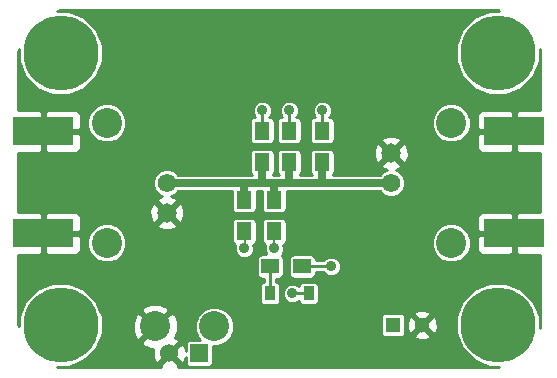
<source format=gbr>
G04 #@! TF.FileFunction,Copper,L2,Bot,Signal*
%FSLAX46Y46*%
G04 Gerber Fmt 4.6, Leading zero omitted, Abs format (unit mm)*
G04 Created by KiCad (PCBNEW 4.0.1-stable) date 5/1/2016 2:26:38 PM*
%MOMM*%
G01*
G04 APERTURE LIST*
%ADD10C,0.150000*%
%ADD11C,2.540000*%
%ADD12C,6.350000*%
%ADD13R,5.080000X2.413000*%
%ADD14C,1.574800*%
%ADD15C,1.651000*%
%ADD16R,0.909320X1.219200*%
%ADD17R,1.524000X1.524000*%
%ADD18C,1.524000*%
%ADD19R,1.300000X1.300000*%
%ADD20C,1.300000*%
%ADD21R,1.300000X1.500000*%
%ADD22R,1.500000X1.300000*%
%ADD23C,0.889000*%
%ADD24C,0.254000*%
%ADD25C,0.635000*%
%ADD26C,0.203200*%
G04 APERTURE END LIST*
D10*
D11*
X17018000Y-27178000D03*
X12018000Y-27178000D03*
D12*
X4000000Y-27030000D03*
X41000000Y-4030000D03*
X4000000Y-4030000D03*
D13*
X2540000Y-10668000D03*
X2540000Y-19304000D03*
D14*
X13000000Y-15030000D03*
D15*
X13000000Y-17570000D03*
D11*
X7920000Y-20110000D03*
X7920000Y-9950000D03*
D13*
X42418000Y-10668000D03*
X42418000Y-19304000D03*
D12*
X41000000Y-27030000D03*
D14*
X32000000Y-15030000D03*
D15*
X32000000Y-12490000D03*
D11*
X37080000Y-9950000D03*
X37080000Y-20110000D03*
D16*
X25003760Y-24384000D03*
X21732240Y-24384000D03*
D17*
X15748000Y-29464000D03*
D18*
X13208000Y-29464000D03*
D19*
X32131000Y-27051000D03*
D20*
X34631000Y-27051000D03*
D21*
X22098000Y-19130000D03*
X22098000Y-16430000D03*
X19558000Y-19130000D03*
X19558000Y-16430000D03*
X26162000Y-10588000D03*
X26162000Y-13288000D03*
X23368000Y-10588000D03*
X23368000Y-13288000D03*
X21082000Y-10588000D03*
X21082000Y-13288000D03*
D22*
X21764000Y-22098000D03*
X24464000Y-22098000D03*
D23*
X24384000Y-28448000D03*
X17600000Y-10230000D03*
X42418000Y-8636000D03*
X42418000Y-21336000D03*
X2540000Y-8382000D03*
X2540000Y-21590000D03*
X16510000Y-22098000D03*
X27000000Y-18030000D03*
X23622000Y-24384000D03*
X26924000Y-22098000D03*
X22098000Y-20574000D03*
X19558000Y-20574000D03*
X26162000Y-8890000D03*
X23368000Y-8890000D03*
X21082000Y-8890000D03*
D24*
X25003760Y-24384000D02*
X23622000Y-24384000D01*
X21732240Y-24384000D02*
X21732240Y-22129760D01*
X21732240Y-22129760D02*
X21764000Y-22098000D01*
X21732240Y-24384000D02*
X21732240Y-24241760D01*
D25*
X22098000Y-16430000D02*
X22098000Y-15157000D01*
X22098000Y-15157000D02*
X22225000Y-15030000D01*
X19558000Y-16430000D02*
X19558000Y-15157000D01*
X19558000Y-15157000D02*
X19685000Y-15030000D01*
X21082000Y-13288000D02*
X21082000Y-15030000D01*
X23368000Y-13288000D02*
X23368000Y-14903000D01*
X23368000Y-14903000D02*
X23495000Y-15030000D01*
X26162000Y-13288000D02*
X26162000Y-15030000D01*
X26035000Y-15030000D02*
X26162000Y-15030000D01*
X26162000Y-15030000D02*
X32000000Y-15030000D01*
X23495000Y-15030000D02*
X26035000Y-15030000D01*
X22225000Y-15030000D02*
X23495000Y-15030000D01*
X20955000Y-15030000D02*
X21082000Y-15030000D01*
X21082000Y-15030000D02*
X22225000Y-15030000D01*
X19685000Y-15030000D02*
X20955000Y-15030000D01*
X13000000Y-15030000D02*
X19685000Y-15030000D01*
D24*
X25146000Y-22098000D02*
X26924000Y-22098000D01*
X24066500Y-22098000D02*
X25146000Y-22098000D01*
D26*
X22098000Y-20574000D02*
X22098000Y-19005000D01*
X22098000Y-19005000D02*
X22098000Y-18732500D01*
X19558000Y-20574000D02*
X19643000Y-20489000D01*
X19643000Y-20489000D02*
X19558000Y-18732500D01*
D24*
X26162000Y-10588000D02*
X26162000Y-8890000D01*
X26162000Y-8890000D02*
X26197000Y-8925000D01*
X23368000Y-10588000D02*
X23368000Y-8890000D01*
X23368000Y-8890000D02*
X23463000Y-8985000D01*
X21082000Y-10588000D02*
X21082000Y-8890000D01*
X21037000Y-8935000D02*
X21082000Y-8890000D01*
G36*
X41033172Y-394247D02*
X41127349Y-474110D01*
X40295771Y-473384D01*
X38988319Y-1013612D01*
X37987128Y-2013058D01*
X37444619Y-3319565D01*
X37443384Y-4734229D01*
X37983612Y-6041681D01*
X38983058Y-7042872D01*
X40289565Y-7585381D01*
X41704229Y-7586616D01*
X43011681Y-7046388D01*
X44012872Y-6046942D01*
X44555381Y-4740435D01*
X44556274Y-3718079D01*
X44619800Y-4037448D01*
X44619800Y-8826500D01*
X42703750Y-8826500D01*
X42545000Y-8985250D01*
X42545000Y-10541000D01*
X42565000Y-10541000D01*
X42565000Y-10795000D01*
X42545000Y-10795000D01*
X42545000Y-12350750D01*
X42703750Y-12509500D01*
X44619800Y-12509500D01*
X44619800Y-17462500D01*
X42703750Y-17462500D01*
X42545000Y-17621250D01*
X42545000Y-19177000D01*
X42565000Y-19177000D01*
X42565000Y-19431000D01*
X42545000Y-19431000D01*
X42545000Y-20986750D01*
X42703750Y-21145500D01*
X44619800Y-21145500D01*
X44619800Y-26992552D01*
X44564791Y-27269103D01*
X44555785Y-27277680D01*
X44556616Y-26325771D01*
X44016388Y-25018319D01*
X43016942Y-24017128D01*
X41710435Y-23474619D01*
X40295771Y-23473384D01*
X38988319Y-24013612D01*
X37987128Y-25013058D01*
X37444619Y-26319565D01*
X37443384Y-27734229D01*
X37983612Y-29041681D01*
X38983058Y-30042872D01*
X40289565Y-30585381D01*
X41081974Y-30586072D01*
X41028922Y-30636598D01*
X40962552Y-30649800D01*
X13949640Y-30649800D01*
X14008608Y-30444213D01*
X13208000Y-29643605D01*
X12407392Y-30444213D01*
X12466360Y-30649800D01*
X4037448Y-30649800D01*
X3715461Y-30585753D01*
X4704229Y-30586616D01*
X6011681Y-30046388D01*
X7012872Y-29046942D01*
X7229278Y-28525777D01*
X10849828Y-28525777D01*
X10981520Y-28820657D01*
X11689036Y-29092261D01*
X11858967Y-29087814D01*
X11798856Y-29256302D01*
X11826638Y-29811368D01*
X11985603Y-30195143D01*
X12227787Y-30264608D01*
X13028395Y-29464000D01*
X13387605Y-29464000D01*
X14188213Y-30264608D01*
X14430397Y-30195143D01*
X14597536Y-29726659D01*
X14597536Y-30226000D01*
X14624103Y-30367190D01*
X14707546Y-30496865D01*
X14834866Y-30583859D01*
X14986000Y-30614464D01*
X16510000Y-30614464D01*
X16651190Y-30587897D01*
X16780865Y-30504454D01*
X16867859Y-30377134D01*
X16898464Y-30226000D01*
X16898464Y-28828896D01*
X17344963Y-28829286D01*
X17951995Y-28578466D01*
X18416834Y-28114437D01*
X18668713Y-27507845D01*
X18669286Y-26851037D01*
X18483335Y-26401000D01*
X31092536Y-26401000D01*
X31092536Y-27701000D01*
X31119103Y-27842190D01*
X31202546Y-27971865D01*
X31329866Y-28058859D01*
X31481000Y-28089464D01*
X32781000Y-28089464D01*
X32922190Y-28062897D01*
X33051865Y-27979454D01*
X33071979Y-27950016D01*
X33911590Y-27950016D01*
X33967271Y-28180611D01*
X34450078Y-28348622D01*
X34960428Y-28319083D01*
X35294729Y-28180611D01*
X35350410Y-27950016D01*
X34631000Y-27230605D01*
X33911590Y-27950016D01*
X33071979Y-27950016D01*
X33138859Y-27852134D01*
X33169464Y-27701000D01*
X33169464Y-26870078D01*
X33333378Y-26870078D01*
X33362917Y-27380428D01*
X33501389Y-27714729D01*
X33731984Y-27770410D01*
X34451395Y-27051000D01*
X34810605Y-27051000D01*
X35530016Y-27770410D01*
X35760611Y-27714729D01*
X35928622Y-27231922D01*
X35899083Y-26721572D01*
X35760611Y-26387271D01*
X35530016Y-26331590D01*
X34810605Y-27051000D01*
X34451395Y-27051000D01*
X33731984Y-26331590D01*
X33501389Y-26387271D01*
X33333378Y-26870078D01*
X33169464Y-26870078D01*
X33169464Y-26401000D01*
X33142897Y-26259810D01*
X33073514Y-26151984D01*
X33911590Y-26151984D01*
X34631000Y-26871395D01*
X35350410Y-26151984D01*
X35294729Y-25921389D01*
X34811922Y-25753378D01*
X34301572Y-25782917D01*
X33967271Y-25921389D01*
X33911590Y-26151984D01*
X33073514Y-26151984D01*
X33059454Y-26130135D01*
X32932134Y-26043141D01*
X32781000Y-26012536D01*
X31481000Y-26012536D01*
X31339810Y-26039103D01*
X31210135Y-26122546D01*
X31123141Y-26249866D01*
X31092536Y-26401000D01*
X18483335Y-26401000D01*
X18418466Y-26244005D01*
X17954437Y-25779166D01*
X17347845Y-25527287D01*
X16691037Y-25526714D01*
X16084005Y-25777534D01*
X15619166Y-26241563D01*
X15367287Y-26848155D01*
X15366714Y-27504963D01*
X15617534Y-28111995D01*
X15818724Y-28313536D01*
X14986000Y-28313536D01*
X14844810Y-28340103D01*
X14715135Y-28423546D01*
X14628141Y-28550866D01*
X14597536Y-28702000D01*
X14597536Y-29279943D01*
X14589362Y-29116632D01*
X14430397Y-28732857D01*
X14188213Y-28663392D01*
X13387605Y-29464000D01*
X13028395Y-29464000D01*
X13014253Y-29449858D01*
X13193858Y-29270253D01*
X13208000Y-29284395D01*
X14008608Y-28483787D01*
X13939143Y-28241603D01*
X13685045Y-28150950D01*
X13932261Y-27506964D01*
X13912436Y-26749368D01*
X13660657Y-26141520D01*
X13365777Y-26009828D01*
X12197605Y-27178000D01*
X12211748Y-27192143D01*
X12032143Y-27371748D01*
X12018000Y-27357605D01*
X10849828Y-28525777D01*
X7229278Y-28525777D01*
X7555381Y-27740435D01*
X7556159Y-26849036D01*
X10103739Y-26849036D01*
X10123564Y-27606632D01*
X10375343Y-28214480D01*
X10670223Y-28346172D01*
X11838395Y-27178000D01*
X10670223Y-26009828D01*
X10375343Y-26141520D01*
X10103739Y-26849036D01*
X7556159Y-26849036D01*
X7556616Y-26325771D01*
X7351860Y-25830223D01*
X10849828Y-25830223D01*
X12018000Y-26998395D01*
X13186172Y-25830223D01*
X13054480Y-25535343D01*
X12346964Y-25263739D01*
X11589368Y-25283564D01*
X10981520Y-25535343D01*
X10849828Y-25830223D01*
X7351860Y-25830223D01*
X7016388Y-25018319D01*
X6016942Y-24017128D01*
X4710435Y-23474619D01*
X3295771Y-23473384D01*
X1988319Y-24013612D01*
X987128Y-25013058D01*
X444619Y-26319565D01*
X443911Y-27131344D01*
X397633Y-27080195D01*
X380200Y-26992552D01*
X380200Y-21145500D01*
X2254250Y-21145500D01*
X2413000Y-20986750D01*
X2413000Y-19431000D01*
X2667000Y-19431000D01*
X2667000Y-20986750D01*
X2825750Y-21145500D01*
X5206309Y-21145500D01*
X5439698Y-21048827D01*
X5618327Y-20870199D01*
X5715000Y-20636810D01*
X5715000Y-20436963D01*
X6268714Y-20436963D01*
X6519534Y-21043995D01*
X6983563Y-21508834D01*
X7590155Y-21760713D01*
X8246963Y-21761286D01*
X8853995Y-21510466D01*
X8916570Y-21448000D01*
X20625536Y-21448000D01*
X20625536Y-22748000D01*
X20652103Y-22889190D01*
X20735546Y-23018865D01*
X20862866Y-23105859D01*
X21014000Y-23136464D01*
X21224240Y-23136464D01*
X21224240Y-23395973D01*
X21136390Y-23412503D01*
X21006715Y-23495946D01*
X20919721Y-23623266D01*
X20889116Y-23774400D01*
X20889116Y-24993600D01*
X20915683Y-25134790D01*
X20999126Y-25264465D01*
X21126446Y-25351459D01*
X21277580Y-25382064D01*
X22186900Y-25382064D01*
X22328090Y-25355497D01*
X22457765Y-25272054D01*
X22544759Y-25144734D01*
X22575364Y-24993600D01*
X22575364Y-24547482D01*
X22796357Y-24547482D01*
X22921767Y-24850998D01*
X23153781Y-25083417D01*
X23457077Y-25209357D01*
X23785482Y-25209643D01*
X24088998Y-25084233D01*
X24163665Y-25009696D01*
X24187203Y-25134790D01*
X24270646Y-25264465D01*
X24397966Y-25351459D01*
X24549100Y-25382064D01*
X25458420Y-25382064D01*
X25599610Y-25355497D01*
X25729285Y-25272054D01*
X25816279Y-25144734D01*
X25846884Y-24993600D01*
X25846884Y-23774400D01*
X25820317Y-23633210D01*
X25736874Y-23503535D01*
X25609554Y-23416541D01*
X25458420Y-23385936D01*
X24549100Y-23385936D01*
X24407910Y-23412503D01*
X24278235Y-23495946D01*
X24191241Y-23623266D01*
X24163881Y-23758374D01*
X24090219Y-23684583D01*
X23786923Y-23558643D01*
X23458518Y-23558357D01*
X23155002Y-23683767D01*
X22922583Y-23915781D01*
X22796643Y-24219077D01*
X22796357Y-24547482D01*
X22575364Y-24547482D01*
X22575364Y-23774400D01*
X22548797Y-23633210D01*
X22465354Y-23503535D01*
X22338034Y-23416541D01*
X22240240Y-23396737D01*
X22240240Y-23136464D01*
X22514000Y-23136464D01*
X22655190Y-23109897D01*
X22784865Y-23026454D01*
X22871859Y-22899134D01*
X22902464Y-22748000D01*
X22902464Y-21448000D01*
X23325536Y-21448000D01*
X23325536Y-22748000D01*
X23352103Y-22889190D01*
X23435546Y-23018865D01*
X23562866Y-23105859D01*
X23714000Y-23136464D01*
X25214000Y-23136464D01*
X25355190Y-23109897D01*
X25484865Y-23026454D01*
X25571859Y-22899134D01*
X25602464Y-22748000D01*
X25602464Y-22606000D01*
X26264698Y-22606000D01*
X26455781Y-22797417D01*
X26759077Y-22923357D01*
X27087482Y-22923643D01*
X27390998Y-22798233D01*
X27623417Y-22566219D01*
X27749357Y-22262923D01*
X27749643Y-21934518D01*
X27624233Y-21631002D01*
X27392219Y-21398583D01*
X27088923Y-21272643D01*
X26760518Y-21272357D01*
X26457002Y-21397767D01*
X26264433Y-21590000D01*
X25602464Y-21590000D01*
X25602464Y-21448000D01*
X25575897Y-21306810D01*
X25492454Y-21177135D01*
X25365134Y-21090141D01*
X25214000Y-21059536D01*
X23714000Y-21059536D01*
X23572810Y-21086103D01*
X23443135Y-21169546D01*
X23356141Y-21296866D01*
X23325536Y-21448000D01*
X22902464Y-21448000D01*
X22875897Y-21306810D01*
X22792454Y-21177135D01*
X22715166Y-21124327D01*
X22797417Y-21042219D01*
X22923357Y-20738923D01*
X22923619Y-20436963D01*
X35428714Y-20436963D01*
X35679534Y-21043995D01*
X36143563Y-21508834D01*
X36750155Y-21760713D01*
X37406963Y-21761286D01*
X38013995Y-21510466D01*
X38478834Y-21046437D01*
X38730713Y-20439845D01*
X38731286Y-19783037D01*
X38651422Y-19589750D01*
X39243000Y-19589750D01*
X39243000Y-20636810D01*
X39339673Y-20870199D01*
X39518302Y-21048827D01*
X39751691Y-21145500D01*
X42132250Y-21145500D01*
X42291000Y-20986750D01*
X42291000Y-19431000D01*
X39401750Y-19431000D01*
X39243000Y-19589750D01*
X38651422Y-19589750D01*
X38480466Y-19176005D01*
X38016437Y-18711166D01*
X37409845Y-18459287D01*
X36753037Y-18458714D01*
X36146005Y-18709534D01*
X35681166Y-19173563D01*
X35429287Y-19780155D01*
X35428714Y-20436963D01*
X22923619Y-20436963D01*
X22923643Y-20410518D01*
X22856511Y-20248046D01*
X22889190Y-20241897D01*
X23018865Y-20158454D01*
X23105859Y-20031134D01*
X23136464Y-19880000D01*
X23136464Y-18380000D01*
X23109897Y-18238810D01*
X23026454Y-18109135D01*
X22899134Y-18022141D01*
X22748000Y-17991536D01*
X21448000Y-17991536D01*
X21306810Y-18018103D01*
X21177135Y-18101546D01*
X21090141Y-18228866D01*
X21059536Y-18380000D01*
X21059536Y-19880000D01*
X21086103Y-20021190D01*
X21169546Y-20150865D01*
X21296866Y-20237859D01*
X21340104Y-20246615D01*
X21272643Y-20409077D01*
X21272357Y-20737482D01*
X21397767Y-21040998D01*
X21416273Y-21059536D01*
X21014000Y-21059536D01*
X20872810Y-21086103D01*
X20743135Y-21169546D01*
X20656141Y-21296866D01*
X20625536Y-21448000D01*
X8916570Y-21448000D01*
X9318834Y-21046437D01*
X9570713Y-20439845D01*
X9571286Y-19783037D01*
X9320466Y-19176005D01*
X8856437Y-18711166D01*
X8579605Y-18596215D01*
X12153390Y-18596215D01*
X12230656Y-18844976D01*
X12777131Y-19042340D01*
X13357535Y-19015553D01*
X13769344Y-18844976D01*
X13846610Y-18596215D01*
X13000000Y-17749605D01*
X12153390Y-18596215D01*
X8579605Y-18596215D01*
X8249845Y-18459287D01*
X7593037Y-18458714D01*
X6986005Y-18709534D01*
X6521166Y-19173563D01*
X6269287Y-19780155D01*
X6268714Y-20436963D01*
X5715000Y-20436963D01*
X5715000Y-19589750D01*
X5556250Y-19431000D01*
X2667000Y-19431000D01*
X2413000Y-19431000D01*
X2393000Y-19431000D01*
X2393000Y-19177000D01*
X2413000Y-19177000D01*
X2413000Y-17621250D01*
X2667000Y-17621250D01*
X2667000Y-19177000D01*
X5556250Y-19177000D01*
X5715000Y-19018250D01*
X5715000Y-17971190D01*
X5618327Y-17737801D01*
X5439698Y-17559173D01*
X5206309Y-17462500D01*
X2825750Y-17462500D01*
X2667000Y-17621250D01*
X2413000Y-17621250D01*
X2254250Y-17462500D01*
X380200Y-17462500D01*
X380200Y-17347131D01*
X11527660Y-17347131D01*
X11554447Y-17927535D01*
X11725024Y-18339344D01*
X11973785Y-18416610D01*
X12820395Y-17570000D01*
X13179605Y-17570000D01*
X14026215Y-18416610D01*
X14144082Y-18380000D01*
X18519536Y-18380000D01*
X18519536Y-19880000D01*
X18546103Y-20021190D01*
X18629546Y-20150865D01*
X18756866Y-20237859D01*
X18800104Y-20246615D01*
X18732643Y-20409077D01*
X18732357Y-20737482D01*
X18857767Y-21040998D01*
X19089781Y-21273417D01*
X19393077Y-21399357D01*
X19721482Y-21399643D01*
X20024998Y-21274233D01*
X20257417Y-21042219D01*
X20383357Y-20738923D01*
X20383643Y-20410518D01*
X20316511Y-20248046D01*
X20349190Y-20241897D01*
X20478865Y-20158454D01*
X20565859Y-20031134D01*
X20596464Y-19880000D01*
X20596464Y-18380000D01*
X20569897Y-18238810D01*
X20486454Y-18109135D01*
X20359134Y-18022141D01*
X20208000Y-17991536D01*
X18908000Y-17991536D01*
X18766810Y-18018103D01*
X18637135Y-18101546D01*
X18550141Y-18228866D01*
X18519536Y-18380000D01*
X14144082Y-18380000D01*
X14274976Y-18339344D01*
X14407937Y-17971190D01*
X39243000Y-17971190D01*
X39243000Y-19018250D01*
X39401750Y-19177000D01*
X42291000Y-19177000D01*
X42291000Y-17621250D01*
X42132250Y-17462500D01*
X39751691Y-17462500D01*
X39518302Y-17559173D01*
X39339673Y-17737801D01*
X39243000Y-17971190D01*
X14407937Y-17971190D01*
X14472340Y-17792869D01*
X14445553Y-17212465D01*
X14274976Y-16800656D01*
X14026215Y-16723390D01*
X13179605Y-17570000D01*
X12820395Y-17570000D01*
X11973785Y-16723390D01*
X11725024Y-16800656D01*
X11527660Y-17347131D01*
X380200Y-17347131D01*
X380200Y-15261389D01*
X11831398Y-15261389D01*
X12008901Y-15690981D01*
X12337291Y-16019943D01*
X12615682Y-16135541D01*
X12230656Y-16295024D01*
X12153390Y-16543785D01*
X13000000Y-17390395D01*
X13846610Y-16543785D01*
X13769344Y-16295024D01*
X13357773Y-16146382D01*
X13660981Y-16021099D01*
X13954090Y-15728500D01*
X18519536Y-15728500D01*
X18519536Y-17180000D01*
X18546103Y-17321190D01*
X18629546Y-17450865D01*
X18756866Y-17537859D01*
X18908000Y-17568464D01*
X20208000Y-17568464D01*
X20349190Y-17541897D01*
X20478865Y-17458454D01*
X20565859Y-17331134D01*
X20596464Y-17180000D01*
X20596464Y-15728500D01*
X21059536Y-15728500D01*
X21059536Y-17180000D01*
X21086103Y-17321190D01*
X21169546Y-17450865D01*
X21296866Y-17537859D01*
X21448000Y-17568464D01*
X22748000Y-17568464D01*
X22889190Y-17541897D01*
X23018865Y-17458454D01*
X23105859Y-17331134D01*
X23136464Y-17180000D01*
X23136464Y-15728500D01*
X31046355Y-15728500D01*
X31337291Y-16019943D01*
X31766571Y-16198196D01*
X32231389Y-16198602D01*
X32660981Y-16021099D01*
X32989943Y-15692709D01*
X33168196Y-15263429D01*
X33168602Y-14798611D01*
X32991099Y-14369019D01*
X32662709Y-14040057D01*
X32384318Y-13924459D01*
X32769344Y-13764976D01*
X32846610Y-13516215D01*
X32000000Y-12669605D01*
X31153390Y-13516215D01*
X31230656Y-13764976D01*
X31642227Y-13913618D01*
X31339019Y-14038901D01*
X31045910Y-14331500D01*
X27059483Y-14331500D01*
X27082865Y-14316454D01*
X27169859Y-14189134D01*
X27200464Y-14038000D01*
X27200464Y-12538000D01*
X27173897Y-12396810D01*
X27090454Y-12267135D01*
X27090449Y-12267131D01*
X30527660Y-12267131D01*
X30554447Y-12847535D01*
X30725024Y-13259344D01*
X30973785Y-13336610D01*
X31820395Y-12490000D01*
X32179605Y-12490000D01*
X33026215Y-13336610D01*
X33274976Y-13259344D01*
X33472340Y-12712869D01*
X33445553Y-12132465D01*
X33274976Y-11720656D01*
X33026215Y-11643390D01*
X32179605Y-12490000D01*
X31820395Y-12490000D01*
X30973785Y-11643390D01*
X30725024Y-11720656D01*
X30527660Y-12267131D01*
X27090449Y-12267131D01*
X26963134Y-12180141D01*
X26812000Y-12149536D01*
X25512000Y-12149536D01*
X25370810Y-12176103D01*
X25241135Y-12259546D01*
X25154141Y-12386866D01*
X25123536Y-12538000D01*
X25123536Y-14038000D01*
X25150103Y-14179190D01*
X25233546Y-14308865D01*
X25266673Y-14331500D01*
X24265483Y-14331500D01*
X24288865Y-14316454D01*
X24375859Y-14189134D01*
X24406464Y-14038000D01*
X24406464Y-12538000D01*
X24379897Y-12396810D01*
X24296454Y-12267135D01*
X24169134Y-12180141D01*
X24018000Y-12149536D01*
X22718000Y-12149536D01*
X22576810Y-12176103D01*
X22447135Y-12259546D01*
X22360141Y-12386866D01*
X22329536Y-12538000D01*
X22329536Y-14038000D01*
X22356103Y-14179190D01*
X22439546Y-14308865D01*
X22472673Y-14331500D01*
X21979483Y-14331500D01*
X22002865Y-14316454D01*
X22089859Y-14189134D01*
X22120464Y-14038000D01*
X22120464Y-12538000D01*
X22093897Y-12396810D01*
X22010454Y-12267135D01*
X21883134Y-12180141D01*
X21732000Y-12149536D01*
X20432000Y-12149536D01*
X20290810Y-12176103D01*
X20161135Y-12259546D01*
X20074141Y-12386866D01*
X20043536Y-12538000D01*
X20043536Y-14038000D01*
X20070103Y-14179190D01*
X20153546Y-14308865D01*
X20186673Y-14331500D01*
X13953645Y-14331500D01*
X13662709Y-14040057D01*
X13233429Y-13861804D01*
X12768611Y-13861398D01*
X12339019Y-14038901D01*
X12010057Y-14367291D01*
X11831804Y-14796571D01*
X11831398Y-15261389D01*
X380200Y-15261389D01*
X380200Y-12509500D01*
X2254250Y-12509500D01*
X2413000Y-12350750D01*
X2413000Y-10795000D01*
X2667000Y-10795000D01*
X2667000Y-12350750D01*
X2825750Y-12509500D01*
X5206309Y-12509500D01*
X5439698Y-12412827D01*
X5618327Y-12234199D01*
X5715000Y-12000810D01*
X5715000Y-10953750D01*
X5556250Y-10795000D01*
X2667000Y-10795000D01*
X2413000Y-10795000D01*
X2393000Y-10795000D01*
X2393000Y-10541000D01*
X2413000Y-10541000D01*
X2413000Y-8985250D01*
X2667000Y-8985250D01*
X2667000Y-10541000D01*
X5556250Y-10541000D01*
X5715000Y-10382250D01*
X5715000Y-10276963D01*
X6268714Y-10276963D01*
X6519534Y-10883995D01*
X6983563Y-11348834D01*
X7590155Y-11600713D01*
X8246963Y-11601286D01*
X8853995Y-11350466D01*
X9318834Y-10886437D01*
X9570713Y-10279845D01*
X9571098Y-9838000D01*
X20043536Y-9838000D01*
X20043536Y-11338000D01*
X20070103Y-11479190D01*
X20153546Y-11608865D01*
X20280866Y-11695859D01*
X20432000Y-11726464D01*
X21732000Y-11726464D01*
X21873190Y-11699897D01*
X22002865Y-11616454D01*
X22089859Y-11489134D01*
X22120464Y-11338000D01*
X22120464Y-9838000D01*
X22329536Y-9838000D01*
X22329536Y-11338000D01*
X22356103Y-11479190D01*
X22439546Y-11608865D01*
X22566866Y-11695859D01*
X22718000Y-11726464D01*
X24018000Y-11726464D01*
X24159190Y-11699897D01*
X24288865Y-11616454D01*
X24375859Y-11489134D01*
X24406464Y-11338000D01*
X24406464Y-9838000D01*
X25123536Y-9838000D01*
X25123536Y-11338000D01*
X25150103Y-11479190D01*
X25233546Y-11608865D01*
X25360866Y-11695859D01*
X25512000Y-11726464D01*
X26812000Y-11726464D01*
X26953190Y-11699897D01*
X27082865Y-11616454D01*
X27169859Y-11489134D01*
X27174992Y-11463785D01*
X31153390Y-11463785D01*
X32000000Y-12310395D01*
X32846610Y-11463785D01*
X32769344Y-11215024D01*
X32222869Y-11017660D01*
X31642465Y-11044447D01*
X31230656Y-11215024D01*
X31153390Y-11463785D01*
X27174992Y-11463785D01*
X27200464Y-11338000D01*
X27200464Y-10276963D01*
X35428714Y-10276963D01*
X35679534Y-10883995D01*
X36143563Y-11348834D01*
X36750155Y-11600713D01*
X37406963Y-11601286D01*
X38013995Y-11350466D01*
X38411403Y-10953750D01*
X39243000Y-10953750D01*
X39243000Y-12000810D01*
X39339673Y-12234199D01*
X39518302Y-12412827D01*
X39751691Y-12509500D01*
X42132250Y-12509500D01*
X42291000Y-12350750D01*
X42291000Y-10795000D01*
X39401750Y-10795000D01*
X39243000Y-10953750D01*
X38411403Y-10953750D01*
X38478834Y-10886437D01*
X38730713Y-10279845D01*
X38731286Y-9623037D01*
X38612351Y-9335190D01*
X39243000Y-9335190D01*
X39243000Y-10382250D01*
X39401750Y-10541000D01*
X42291000Y-10541000D01*
X42291000Y-8985250D01*
X42132250Y-8826500D01*
X39751691Y-8826500D01*
X39518302Y-8923173D01*
X39339673Y-9101801D01*
X39243000Y-9335190D01*
X38612351Y-9335190D01*
X38480466Y-9016005D01*
X38016437Y-8551166D01*
X37409845Y-8299287D01*
X36753037Y-8298714D01*
X36146005Y-8549534D01*
X35681166Y-9013563D01*
X35429287Y-9620155D01*
X35428714Y-10276963D01*
X27200464Y-10276963D01*
X27200464Y-9838000D01*
X27173897Y-9696810D01*
X27090454Y-9567135D01*
X26963134Y-9480141D01*
X26812000Y-9449536D01*
X26769941Y-9449536D01*
X26861417Y-9358219D01*
X26987357Y-9054923D01*
X26987643Y-8726518D01*
X26862233Y-8423002D01*
X26630219Y-8190583D01*
X26326923Y-8064643D01*
X25998518Y-8064357D01*
X25695002Y-8189767D01*
X25462583Y-8421781D01*
X25336643Y-8725077D01*
X25336357Y-9053482D01*
X25461767Y-9356998D01*
X25554144Y-9449536D01*
X25512000Y-9449536D01*
X25370810Y-9476103D01*
X25241135Y-9559546D01*
X25154141Y-9686866D01*
X25123536Y-9838000D01*
X24406464Y-9838000D01*
X24379897Y-9696810D01*
X24296454Y-9567135D01*
X24169134Y-9480141D01*
X24018000Y-9449536D01*
X23975941Y-9449536D01*
X24067417Y-9358219D01*
X24193357Y-9054923D01*
X24193643Y-8726518D01*
X24068233Y-8423002D01*
X23836219Y-8190583D01*
X23532923Y-8064643D01*
X23204518Y-8064357D01*
X22901002Y-8189767D01*
X22668583Y-8421781D01*
X22542643Y-8725077D01*
X22542357Y-9053482D01*
X22667767Y-9356998D01*
X22760144Y-9449536D01*
X22718000Y-9449536D01*
X22576810Y-9476103D01*
X22447135Y-9559546D01*
X22360141Y-9686866D01*
X22329536Y-9838000D01*
X22120464Y-9838000D01*
X22093897Y-9696810D01*
X22010454Y-9567135D01*
X21883134Y-9480141D01*
X21732000Y-9449536D01*
X21689941Y-9449536D01*
X21781417Y-9358219D01*
X21907357Y-9054923D01*
X21907643Y-8726518D01*
X21782233Y-8423002D01*
X21550219Y-8190583D01*
X21246923Y-8064643D01*
X20918518Y-8064357D01*
X20615002Y-8189767D01*
X20382583Y-8421781D01*
X20256643Y-8725077D01*
X20256357Y-9053482D01*
X20381767Y-9356998D01*
X20474144Y-9449536D01*
X20432000Y-9449536D01*
X20290810Y-9476103D01*
X20161135Y-9559546D01*
X20074141Y-9686866D01*
X20043536Y-9838000D01*
X9571098Y-9838000D01*
X9571286Y-9623037D01*
X9320466Y-9016005D01*
X8856437Y-8551166D01*
X8249845Y-8299287D01*
X7593037Y-8298714D01*
X6986005Y-8549534D01*
X6521166Y-9013563D01*
X6269287Y-9620155D01*
X6268714Y-10276963D01*
X5715000Y-10276963D01*
X5715000Y-9335190D01*
X5618327Y-9101801D01*
X5439698Y-8923173D01*
X5206309Y-8826500D01*
X2825750Y-8826500D01*
X2667000Y-8985250D01*
X2413000Y-8985250D01*
X2254250Y-8826500D01*
X380200Y-8826500D01*
X380200Y-4037448D01*
X444273Y-3715329D01*
X443384Y-4734229D01*
X983612Y-6041681D01*
X1983058Y-7042872D01*
X3289565Y-7585381D01*
X4704229Y-7586616D01*
X6011681Y-7046388D01*
X7012872Y-6046942D01*
X7555381Y-4740435D01*
X7556616Y-3325771D01*
X7016388Y-2018319D01*
X6016942Y-1017128D01*
X4710435Y-474619D01*
X3688681Y-473727D01*
X3724065Y-442536D01*
X4037448Y-380200D01*
X40962552Y-380200D01*
X41033172Y-394247D01*
X41033172Y-394247D01*
G37*
X41033172Y-394247D02*
X41127349Y-474110D01*
X40295771Y-473384D01*
X38988319Y-1013612D01*
X37987128Y-2013058D01*
X37444619Y-3319565D01*
X37443384Y-4734229D01*
X37983612Y-6041681D01*
X38983058Y-7042872D01*
X40289565Y-7585381D01*
X41704229Y-7586616D01*
X43011681Y-7046388D01*
X44012872Y-6046942D01*
X44555381Y-4740435D01*
X44556274Y-3718079D01*
X44619800Y-4037448D01*
X44619800Y-8826500D01*
X42703750Y-8826500D01*
X42545000Y-8985250D01*
X42545000Y-10541000D01*
X42565000Y-10541000D01*
X42565000Y-10795000D01*
X42545000Y-10795000D01*
X42545000Y-12350750D01*
X42703750Y-12509500D01*
X44619800Y-12509500D01*
X44619800Y-17462500D01*
X42703750Y-17462500D01*
X42545000Y-17621250D01*
X42545000Y-19177000D01*
X42565000Y-19177000D01*
X42565000Y-19431000D01*
X42545000Y-19431000D01*
X42545000Y-20986750D01*
X42703750Y-21145500D01*
X44619800Y-21145500D01*
X44619800Y-26992552D01*
X44564791Y-27269103D01*
X44555785Y-27277680D01*
X44556616Y-26325771D01*
X44016388Y-25018319D01*
X43016942Y-24017128D01*
X41710435Y-23474619D01*
X40295771Y-23473384D01*
X38988319Y-24013612D01*
X37987128Y-25013058D01*
X37444619Y-26319565D01*
X37443384Y-27734229D01*
X37983612Y-29041681D01*
X38983058Y-30042872D01*
X40289565Y-30585381D01*
X41081974Y-30586072D01*
X41028922Y-30636598D01*
X40962552Y-30649800D01*
X13949640Y-30649800D01*
X14008608Y-30444213D01*
X13208000Y-29643605D01*
X12407392Y-30444213D01*
X12466360Y-30649800D01*
X4037448Y-30649800D01*
X3715461Y-30585753D01*
X4704229Y-30586616D01*
X6011681Y-30046388D01*
X7012872Y-29046942D01*
X7229278Y-28525777D01*
X10849828Y-28525777D01*
X10981520Y-28820657D01*
X11689036Y-29092261D01*
X11858967Y-29087814D01*
X11798856Y-29256302D01*
X11826638Y-29811368D01*
X11985603Y-30195143D01*
X12227787Y-30264608D01*
X13028395Y-29464000D01*
X13387605Y-29464000D01*
X14188213Y-30264608D01*
X14430397Y-30195143D01*
X14597536Y-29726659D01*
X14597536Y-30226000D01*
X14624103Y-30367190D01*
X14707546Y-30496865D01*
X14834866Y-30583859D01*
X14986000Y-30614464D01*
X16510000Y-30614464D01*
X16651190Y-30587897D01*
X16780865Y-30504454D01*
X16867859Y-30377134D01*
X16898464Y-30226000D01*
X16898464Y-28828896D01*
X17344963Y-28829286D01*
X17951995Y-28578466D01*
X18416834Y-28114437D01*
X18668713Y-27507845D01*
X18669286Y-26851037D01*
X18483335Y-26401000D01*
X31092536Y-26401000D01*
X31092536Y-27701000D01*
X31119103Y-27842190D01*
X31202546Y-27971865D01*
X31329866Y-28058859D01*
X31481000Y-28089464D01*
X32781000Y-28089464D01*
X32922190Y-28062897D01*
X33051865Y-27979454D01*
X33071979Y-27950016D01*
X33911590Y-27950016D01*
X33967271Y-28180611D01*
X34450078Y-28348622D01*
X34960428Y-28319083D01*
X35294729Y-28180611D01*
X35350410Y-27950016D01*
X34631000Y-27230605D01*
X33911590Y-27950016D01*
X33071979Y-27950016D01*
X33138859Y-27852134D01*
X33169464Y-27701000D01*
X33169464Y-26870078D01*
X33333378Y-26870078D01*
X33362917Y-27380428D01*
X33501389Y-27714729D01*
X33731984Y-27770410D01*
X34451395Y-27051000D01*
X34810605Y-27051000D01*
X35530016Y-27770410D01*
X35760611Y-27714729D01*
X35928622Y-27231922D01*
X35899083Y-26721572D01*
X35760611Y-26387271D01*
X35530016Y-26331590D01*
X34810605Y-27051000D01*
X34451395Y-27051000D01*
X33731984Y-26331590D01*
X33501389Y-26387271D01*
X33333378Y-26870078D01*
X33169464Y-26870078D01*
X33169464Y-26401000D01*
X33142897Y-26259810D01*
X33073514Y-26151984D01*
X33911590Y-26151984D01*
X34631000Y-26871395D01*
X35350410Y-26151984D01*
X35294729Y-25921389D01*
X34811922Y-25753378D01*
X34301572Y-25782917D01*
X33967271Y-25921389D01*
X33911590Y-26151984D01*
X33073514Y-26151984D01*
X33059454Y-26130135D01*
X32932134Y-26043141D01*
X32781000Y-26012536D01*
X31481000Y-26012536D01*
X31339810Y-26039103D01*
X31210135Y-26122546D01*
X31123141Y-26249866D01*
X31092536Y-26401000D01*
X18483335Y-26401000D01*
X18418466Y-26244005D01*
X17954437Y-25779166D01*
X17347845Y-25527287D01*
X16691037Y-25526714D01*
X16084005Y-25777534D01*
X15619166Y-26241563D01*
X15367287Y-26848155D01*
X15366714Y-27504963D01*
X15617534Y-28111995D01*
X15818724Y-28313536D01*
X14986000Y-28313536D01*
X14844810Y-28340103D01*
X14715135Y-28423546D01*
X14628141Y-28550866D01*
X14597536Y-28702000D01*
X14597536Y-29279943D01*
X14589362Y-29116632D01*
X14430397Y-28732857D01*
X14188213Y-28663392D01*
X13387605Y-29464000D01*
X13028395Y-29464000D01*
X13014253Y-29449858D01*
X13193858Y-29270253D01*
X13208000Y-29284395D01*
X14008608Y-28483787D01*
X13939143Y-28241603D01*
X13685045Y-28150950D01*
X13932261Y-27506964D01*
X13912436Y-26749368D01*
X13660657Y-26141520D01*
X13365777Y-26009828D01*
X12197605Y-27178000D01*
X12211748Y-27192143D01*
X12032143Y-27371748D01*
X12018000Y-27357605D01*
X10849828Y-28525777D01*
X7229278Y-28525777D01*
X7555381Y-27740435D01*
X7556159Y-26849036D01*
X10103739Y-26849036D01*
X10123564Y-27606632D01*
X10375343Y-28214480D01*
X10670223Y-28346172D01*
X11838395Y-27178000D01*
X10670223Y-26009828D01*
X10375343Y-26141520D01*
X10103739Y-26849036D01*
X7556159Y-26849036D01*
X7556616Y-26325771D01*
X7351860Y-25830223D01*
X10849828Y-25830223D01*
X12018000Y-26998395D01*
X13186172Y-25830223D01*
X13054480Y-25535343D01*
X12346964Y-25263739D01*
X11589368Y-25283564D01*
X10981520Y-25535343D01*
X10849828Y-25830223D01*
X7351860Y-25830223D01*
X7016388Y-25018319D01*
X6016942Y-24017128D01*
X4710435Y-23474619D01*
X3295771Y-23473384D01*
X1988319Y-24013612D01*
X987128Y-25013058D01*
X444619Y-26319565D01*
X443911Y-27131344D01*
X397633Y-27080195D01*
X380200Y-26992552D01*
X380200Y-21145500D01*
X2254250Y-21145500D01*
X2413000Y-20986750D01*
X2413000Y-19431000D01*
X2667000Y-19431000D01*
X2667000Y-20986750D01*
X2825750Y-21145500D01*
X5206309Y-21145500D01*
X5439698Y-21048827D01*
X5618327Y-20870199D01*
X5715000Y-20636810D01*
X5715000Y-20436963D01*
X6268714Y-20436963D01*
X6519534Y-21043995D01*
X6983563Y-21508834D01*
X7590155Y-21760713D01*
X8246963Y-21761286D01*
X8853995Y-21510466D01*
X8916570Y-21448000D01*
X20625536Y-21448000D01*
X20625536Y-22748000D01*
X20652103Y-22889190D01*
X20735546Y-23018865D01*
X20862866Y-23105859D01*
X21014000Y-23136464D01*
X21224240Y-23136464D01*
X21224240Y-23395973D01*
X21136390Y-23412503D01*
X21006715Y-23495946D01*
X20919721Y-23623266D01*
X20889116Y-23774400D01*
X20889116Y-24993600D01*
X20915683Y-25134790D01*
X20999126Y-25264465D01*
X21126446Y-25351459D01*
X21277580Y-25382064D01*
X22186900Y-25382064D01*
X22328090Y-25355497D01*
X22457765Y-25272054D01*
X22544759Y-25144734D01*
X22575364Y-24993600D01*
X22575364Y-24547482D01*
X22796357Y-24547482D01*
X22921767Y-24850998D01*
X23153781Y-25083417D01*
X23457077Y-25209357D01*
X23785482Y-25209643D01*
X24088998Y-25084233D01*
X24163665Y-25009696D01*
X24187203Y-25134790D01*
X24270646Y-25264465D01*
X24397966Y-25351459D01*
X24549100Y-25382064D01*
X25458420Y-25382064D01*
X25599610Y-25355497D01*
X25729285Y-25272054D01*
X25816279Y-25144734D01*
X25846884Y-24993600D01*
X25846884Y-23774400D01*
X25820317Y-23633210D01*
X25736874Y-23503535D01*
X25609554Y-23416541D01*
X25458420Y-23385936D01*
X24549100Y-23385936D01*
X24407910Y-23412503D01*
X24278235Y-23495946D01*
X24191241Y-23623266D01*
X24163881Y-23758374D01*
X24090219Y-23684583D01*
X23786923Y-23558643D01*
X23458518Y-23558357D01*
X23155002Y-23683767D01*
X22922583Y-23915781D01*
X22796643Y-24219077D01*
X22796357Y-24547482D01*
X22575364Y-24547482D01*
X22575364Y-23774400D01*
X22548797Y-23633210D01*
X22465354Y-23503535D01*
X22338034Y-23416541D01*
X22240240Y-23396737D01*
X22240240Y-23136464D01*
X22514000Y-23136464D01*
X22655190Y-23109897D01*
X22784865Y-23026454D01*
X22871859Y-22899134D01*
X22902464Y-22748000D01*
X22902464Y-21448000D01*
X23325536Y-21448000D01*
X23325536Y-22748000D01*
X23352103Y-22889190D01*
X23435546Y-23018865D01*
X23562866Y-23105859D01*
X23714000Y-23136464D01*
X25214000Y-23136464D01*
X25355190Y-23109897D01*
X25484865Y-23026454D01*
X25571859Y-22899134D01*
X25602464Y-22748000D01*
X25602464Y-22606000D01*
X26264698Y-22606000D01*
X26455781Y-22797417D01*
X26759077Y-22923357D01*
X27087482Y-22923643D01*
X27390998Y-22798233D01*
X27623417Y-22566219D01*
X27749357Y-22262923D01*
X27749643Y-21934518D01*
X27624233Y-21631002D01*
X27392219Y-21398583D01*
X27088923Y-21272643D01*
X26760518Y-21272357D01*
X26457002Y-21397767D01*
X26264433Y-21590000D01*
X25602464Y-21590000D01*
X25602464Y-21448000D01*
X25575897Y-21306810D01*
X25492454Y-21177135D01*
X25365134Y-21090141D01*
X25214000Y-21059536D01*
X23714000Y-21059536D01*
X23572810Y-21086103D01*
X23443135Y-21169546D01*
X23356141Y-21296866D01*
X23325536Y-21448000D01*
X22902464Y-21448000D01*
X22875897Y-21306810D01*
X22792454Y-21177135D01*
X22715166Y-21124327D01*
X22797417Y-21042219D01*
X22923357Y-20738923D01*
X22923619Y-20436963D01*
X35428714Y-20436963D01*
X35679534Y-21043995D01*
X36143563Y-21508834D01*
X36750155Y-21760713D01*
X37406963Y-21761286D01*
X38013995Y-21510466D01*
X38478834Y-21046437D01*
X38730713Y-20439845D01*
X38731286Y-19783037D01*
X38651422Y-19589750D01*
X39243000Y-19589750D01*
X39243000Y-20636810D01*
X39339673Y-20870199D01*
X39518302Y-21048827D01*
X39751691Y-21145500D01*
X42132250Y-21145500D01*
X42291000Y-20986750D01*
X42291000Y-19431000D01*
X39401750Y-19431000D01*
X39243000Y-19589750D01*
X38651422Y-19589750D01*
X38480466Y-19176005D01*
X38016437Y-18711166D01*
X37409845Y-18459287D01*
X36753037Y-18458714D01*
X36146005Y-18709534D01*
X35681166Y-19173563D01*
X35429287Y-19780155D01*
X35428714Y-20436963D01*
X22923619Y-20436963D01*
X22923643Y-20410518D01*
X22856511Y-20248046D01*
X22889190Y-20241897D01*
X23018865Y-20158454D01*
X23105859Y-20031134D01*
X23136464Y-19880000D01*
X23136464Y-18380000D01*
X23109897Y-18238810D01*
X23026454Y-18109135D01*
X22899134Y-18022141D01*
X22748000Y-17991536D01*
X21448000Y-17991536D01*
X21306810Y-18018103D01*
X21177135Y-18101546D01*
X21090141Y-18228866D01*
X21059536Y-18380000D01*
X21059536Y-19880000D01*
X21086103Y-20021190D01*
X21169546Y-20150865D01*
X21296866Y-20237859D01*
X21340104Y-20246615D01*
X21272643Y-20409077D01*
X21272357Y-20737482D01*
X21397767Y-21040998D01*
X21416273Y-21059536D01*
X21014000Y-21059536D01*
X20872810Y-21086103D01*
X20743135Y-21169546D01*
X20656141Y-21296866D01*
X20625536Y-21448000D01*
X8916570Y-21448000D01*
X9318834Y-21046437D01*
X9570713Y-20439845D01*
X9571286Y-19783037D01*
X9320466Y-19176005D01*
X8856437Y-18711166D01*
X8579605Y-18596215D01*
X12153390Y-18596215D01*
X12230656Y-18844976D01*
X12777131Y-19042340D01*
X13357535Y-19015553D01*
X13769344Y-18844976D01*
X13846610Y-18596215D01*
X13000000Y-17749605D01*
X12153390Y-18596215D01*
X8579605Y-18596215D01*
X8249845Y-18459287D01*
X7593037Y-18458714D01*
X6986005Y-18709534D01*
X6521166Y-19173563D01*
X6269287Y-19780155D01*
X6268714Y-20436963D01*
X5715000Y-20436963D01*
X5715000Y-19589750D01*
X5556250Y-19431000D01*
X2667000Y-19431000D01*
X2413000Y-19431000D01*
X2393000Y-19431000D01*
X2393000Y-19177000D01*
X2413000Y-19177000D01*
X2413000Y-17621250D01*
X2667000Y-17621250D01*
X2667000Y-19177000D01*
X5556250Y-19177000D01*
X5715000Y-19018250D01*
X5715000Y-17971190D01*
X5618327Y-17737801D01*
X5439698Y-17559173D01*
X5206309Y-17462500D01*
X2825750Y-17462500D01*
X2667000Y-17621250D01*
X2413000Y-17621250D01*
X2254250Y-17462500D01*
X380200Y-17462500D01*
X380200Y-17347131D01*
X11527660Y-17347131D01*
X11554447Y-17927535D01*
X11725024Y-18339344D01*
X11973785Y-18416610D01*
X12820395Y-17570000D01*
X13179605Y-17570000D01*
X14026215Y-18416610D01*
X14144082Y-18380000D01*
X18519536Y-18380000D01*
X18519536Y-19880000D01*
X18546103Y-20021190D01*
X18629546Y-20150865D01*
X18756866Y-20237859D01*
X18800104Y-20246615D01*
X18732643Y-20409077D01*
X18732357Y-20737482D01*
X18857767Y-21040998D01*
X19089781Y-21273417D01*
X19393077Y-21399357D01*
X19721482Y-21399643D01*
X20024998Y-21274233D01*
X20257417Y-21042219D01*
X20383357Y-20738923D01*
X20383643Y-20410518D01*
X20316511Y-20248046D01*
X20349190Y-20241897D01*
X20478865Y-20158454D01*
X20565859Y-20031134D01*
X20596464Y-19880000D01*
X20596464Y-18380000D01*
X20569897Y-18238810D01*
X20486454Y-18109135D01*
X20359134Y-18022141D01*
X20208000Y-17991536D01*
X18908000Y-17991536D01*
X18766810Y-18018103D01*
X18637135Y-18101546D01*
X18550141Y-18228866D01*
X18519536Y-18380000D01*
X14144082Y-18380000D01*
X14274976Y-18339344D01*
X14407937Y-17971190D01*
X39243000Y-17971190D01*
X39243000Y-19018250D01*
X39401750Y-19177000D01*
X42291000Y-19177000D01*
X42291000Y-17621250D01*
X42132250Y-17462500D01*
X39751691Y-17462500D01*
X39518302Y-17559173D01*
X39339673Y-17737801D01*
X39243000Y-17971190D01*
X14407937Y-17971190D01*
X14472340Y-17792869D01*
X14445553Y-17212465D01*
X14274976Y-16800656D01*
X14026215Y-16723390D01*
X13179605Y-17570000D01*
X12820395Y-17570000D01*
X11973785Y-16723390D01*
X11725024Y-16800656D01*
X11527660Y-17347131D01*
X380200Y-17347131D01*
X380200Y-15261389D01*
X11831398Y-15261389D01*
X12008901Y-15690981D01*
X12337291Y-16019943D01*
X12615682Y-16135541D01*
X12230656Y-16295024D01*
X12153390Y-16543785D01*
X13000000Y-17390395D01*
X13846610Y-16543785D01*
X13769344Y-16295024D01*
X13357773Y-16146382D01*
X13660981Y-16021099D01*
X13954090Y-15728500D01*
X18519536Y-15728500D01*
X18519536Y-17180000D01*
X18546103Y-17321190D01*
X18629546Y-17450865D01*
X18756866Y-17537859D01*
X18908000Y-17568464D01*
X20208000Y-17568464D01*
X20349190Y-17541897D01*
X20478865Y-17458454D01*
X20565859Y-17331134D01*
X20596464Y-17180000D01*
X20596464Y-15728500D01*
X21059536Y-15728500D01*
X21059536Y-17180000D01*
X21086103Y-17321190D01*
X21169546Y-17450865D01*
X21296866Y-17537859D01*
X21448000Y-17568464D01*
X22748000Y-17568464D01*
X22889190Y-17541897D01*
X23018865Y-17458454D01*
X23105859Y-17331134D01*
X23136464Y-17180000D01*
X23136464Y-15728500D01*
X31046355Y-15728500D01*
X31337291Y-16019943D01*
X31766571Y-16198196D01*
X32231389Y-16198602D01*
X32660981Y-16021099D01*
X32989943Y-15692709D01*
X33168196Y-15263429D01*
X33168602Y-14798611D01*
X32991099Y-14369019D01*
X32662709Y-14040057D01*
X32384318Y-13924459D01*
X32769344Y-13764976D01*
X32846610Y-13516215D01*
X32000000Y-12669605D01*
X31153390Y-13516215D01*
X31230656Y-13764976D01*
X31642227Y-13913618D01*
X31339019Y-14038901D01*
X31045910Y-14331500D01*
X27059483Y-14331500D01*
X27082865Y-14316454D01*
X27169859Y-14189134D01*
X27200464Y-14038000D01*
X27200464Y-12538000D01*
X27173897Y-12396810D01*
X27090454Y-12267135D01*
X27090449Y-12267131D01*
X30527660Y-12267131D01*
X30554447Y-12847535D01*
X30725024Y-13259344D01*
X30973785Y-13336610D01*
X31820395Y-12490000D01*
X32179605Y-12490000D01*
X33026215Y-13336610D01*
X33274976Y-13259344D01*
X33472340Y-12712869D01*
X33445553Y-12132465D01*
X33274976Y-11720656D01*
X33026215Y-11643390D01*
X32179605Y-12490000D01*
X31820395Y-12490000D01*
X30973785Y-11643390D01*
X30725024Y-11720656D01*
X30527660Y-12267131D01*
X27090449Y-12267131D01*
X26963134Y-12180141D01*
X26812000Y-12149536D01*
X25512000Y-12149536D01*
X25370810Y-12176103D01*
X25241135Y-12259546D01*
X25154141Y-12386866D01*
X25123536Y-12538000D01*
X25123536Y-14038000D01*
X25150103Y-14179190D01*
X25233546Y-14308865D01*
X25266673Y-14331500D01*
X24265483Y-14331500D01*
X24288865Y-14316454D01*
X24375859Y-14189134D01*
X24406464Y-14038000D01*
X24406464Y-12538000D01*
X24379897Y-12396810D01*
X24296454Y-12267135D01*
X24169134Y-12180141D01*
X24018000Y-12149536D01*
X22718000Y-12149536D01*
X22576810Y-12176103D01*
X22447135Y-12259546D01*
X22360141Y-12386866D01*
X22329536Y-12538000D01*
X22329536Y-14038000D01*
X22356103Y-14179190D01*
X22439546Y-14308865D01*
X22472673Y-14331500D01*
X21979483Y-14331500D01*
X22002865Y-14316454D01*
X22089859Y-14189134D01*
X22120464Y-14038000D01*
X22120464Y-12538000D01*
X22093897Y-12396810D01*
X22010454Y-12267135D01*
X21883134Y-12180141D01*
X21732000Y-12149536D01*
X20432000Y-12149536D01*
X20290810Y-12176103D01*
X20161135Y-12259546D01*
X20074141Y-12386866D01*
X20043536Y-12538000D01*
X20043536Y-14038000D01*
X20070103Y-14179190D01*
X20153546Y-14308865D01*
X20186673Y-14331500D01*
X13953645Y-14331500D01*
X13662709Y-14040057D01*
X13233429Y-13861804D01*
X12768611Y-13861398D01*
X12339019Y-14038901D01*
X12010057Y-14367291D01*
X11831804Y-14796571D01*
X11831398Y-15261389D01*
X380200Y-15261389D01*
X380200Y-12509500D01*
X2254250Y-12509500D01*
X2413000Y-12350750D01*
X2413000Y-10795000D01*
X2667000Y-10795000D01*
X2667000Y-12350750D01*
X2825750Y-12509500D01*
X5206309Y-12509500D01*
X5439698Y-12412827D01*
X5618327Y-12234199D01*
X5715000Y-12000810D01*
X5715000Y-10953750D01*
X5556250Y-10795000D01*
X2667000Y-10795000D01*
X2413000Y-10795000D01*
X2393000Y-10795000D01*
X2393000Y-10541000D01*
X2413000Y-10541000D01*
X2413000Y-8985250D01*
X2667000Y-8985250D01*
X2667000Y-10541000D01*
X5556250Y-10541000D01*
X5715000Y-10382250D01*
X5715000Y-10276963D01*
X6268714Y-10276963D01*
X6519534Y-10883995D01*
X6983563Y-11348834D01*
X7590155Y-11600713D01*
X8246963Y-11601286D01*
X8853995Y-11350466D01*
X9318834Y-10886437D01*
X9570713Y-10279845D01*
X9571098Y-9838000D01*
X20043536Y-9838000D01*
X20043536Y-11338000D01*
X20070103Y-11479190D01*
X20153546Y-11608865D01*
X20280866Y-11695859D01*
X20432000Y-11726464D01*
X21732000Y-11726464D01*
X21873190Y-11699897D01*
X22002865Y-11616454D01*
X22089859Y-11489134D01*
X22120464Y-11338000D01*
X22120464Y-9838000D01*
X22329536Y-9838000D01*
X22329536Y-11338000D01*
X22356103Y-11479190D01*
X22439546Y-11608865D01*
X22566866Y-11695859D01*
X22718000Y-11726464D01*
X24018000Y-11726464D01*
X24159190Y-11699897D01*
X24288865Y-11616454D01*
X24375859Y-11489134D01*
X24406464Y-11338000D01*
X24406464Y-9838000D01*
X25123536Y-9838000D01*
X25123536Y-11338000D01*
X25150103Y-11479190D01*
X25233546Y-11608865D01*
X25360866Y-11695859D01*
X25512000Y-11726464D01*
X26812000Y-11726464D01*
X26953190Y-11699897D01*
X27082865Y-11616454D01*
X27169859Y-11489134D01*
X27174992Y-11463785D01*
X31153390Y-11463785D01*
X32000000Y-12310395D01*
X32846610Y-11463785D01*
X32769344Y-11215024D01*
X32222869Y-11017660D01*
X31642465Y-11044447D01*
X31230656Y-11215024D01*
X31153390Y-11463785D01*
X27174992Y-11463785D01*
X27200464Y-11338000D01*
X27200464Y-10276963D01*
X35428714Y-10276963D01*
X35679534Y-10883995D01*
X36143563Y-11348834D01*
X36750155Y-11600713D01*
X37406963Y-11601286D01*
X38013995Y-11350466D01*
X38411403Y-10953750D01*
X39243000Y-10953750D01*
X39243000Y-12000810D01*
X39339673Y-12234199D01*
X39518302Y-12412827D01*
X39751691Y-12509500D01*
X42132250Y-12509500D01*
X42291000Y-12350750D01*
X42291000Y-10795000D01*
X39401750Y-10795000D01*
X39243000Y-10953750D01*
X38411403Y-10953750D01*
X38478834Y-10886437D01*
X38730713Y-10279845D01*
X38731286Y-9623037D01*
X38612351Y-9335190D01*
X39243000Y-9335190D01*
X39243000Y-10382250D01*
X39401750Y-10541000D01*
X42291000Y-10541000D01*
X42291000Y-8985250D01*
X42132250Y-8826500D01*
X39751691Y-8826500D01*
X39518302Y-8923173D01*
X39339673Y-9101801D01*
X39243000Y-9335190D01*
X38612351Y-9335190D01*
X38480466Y-9016005D01*
X38016437Y-8551166D01*
X37409845Y-8299287D01*
X36753037Y-8298714D01*
X36146005Y-8549534D01*
X35681166Y-9013563D01*
X35429287Y-9620155D01*
X35428714Y-10276963D01*
X27200464Y-10276963D01*
X27200464Y-9838000D01*
X27173897Y-9696810D01*
X27090454Y-9567135D01*
X26963134Y-9480141D01*
X26812000Y-9449536D01*
X26769941Y-9449536D01*
X26861417Y-9358219D01*
X26987357Y-9054923D01*
X26987643Y-8726518D01*
X26862233Y-8423002D01*
X26630219Y-8190583D01*
X26326923Y-8064643D01*
X25998518Y-8064357D01*
X25695002Y-8189767D01*
X25462583Y-8421781D01*
X25336643Y-8725077D01*
X25336357Y-9053482D01*
X25461767Y-9356998D01*
X25554144Y-9449536D01*
X25512000Y-9449536D01*
X25370810Y-9476103D01*
X25241135Y-9559546D01*
X25154141Y-9686866D01*
X25123536Y-9838000D01*
X24406464Y-9838000D01*
X24379897Y-9696810D01*
X24296454Y-9567135D01*
X24169134Y-9480141D01*
X24018000Y-9449536D01*
X23975941Y-9449536D01*
X24067417Y-9358219D01*
X24193357Y-9054923D01*
X24193643Y-8726518D01*
X24068233Y-8423002D01*
X23836219Y-8190583D01*
X23532923Y-8064643D01*
X23204518Y-8064357D01*
X22901002Y-8189767D01*
X22668583Y-8421781D01*
X22542643Y-8725077D01*
X22542357Y-9053482D01*
X22667767Y-9356998D01*
X22760144Y-9449536D01*
X22718000Y-9449536D01*
X22576810Y-9476103D01*
X22447135Y-9559546D01*
X22360141Y-9686866D01*
X22329536Y-9838000D01*
X22120464Y-9838000D01*
X22093897Y-9696810D01*
X22010454Y-9567135D01*
X21883134Y-9480141D01*
X21732000Y-9449536D01*
X21689941Y-9449536D01*
X21781417Y-9358219D01*
X21907357Y-9054923D01*
X21907643Y-8726518D01*
X21782233Y-8423002D01*
X21550219Y-8190583D01*
X21246923Y-8064643D01*
X20918518Y-8064357D01*
X20615002Y-8189767D01*
X20382583Y-8421781D01*
X20256643Y-8725077D01*
X20256357Y-9053482D01*
X20381767Y-9356998D01*
X20474144Y-9449536D01*
X20432000Y-9449536D01*
X20290810Y-9476103D01*
X20161135Y-9559546D01*
X20074141Y-9686866D01*
X20043536Y-9838000D01*
X9571098Y-9838000D01*
X9571286Y-9623037D01*
X9320466Y-9016005D01*
X8856437Y-8551166D01*
X8249845Y-8299287D01*
X7593037Y-8298714D01*
X6986005Y-8549534D01*
X6521166Y-9013563D01*
X6269287Y-9620155D01*
X6268714Y-10276963D01*
X5715000Y-10276963D01*
X5715000Y-9335190D01*
X5618327Y-9101801D01*
X5439698Y-8923173D01*
X5206309Y-8826500D01*
X2825750Y-8826500D01*
X2667000Y-8985250D01*
X2413000Y-8985250D01*
X2254250Y-8826500D01*
X380200Y-8826500D01*
X380200Y-4037448D01*
X444273Y-3715329D01*
X443384Y-4734229D01*
X983612Y-6041681D01*
X1983058Y-7042872D01*
X3289565Y-7585381D01*
X4704229Y-7586616D01*
X6011681Y-7046388D01*
X7012872Y-6046942D01*
X7555381Y-4740435D01*
X7556616Y-3325771D01*
X7016388Y-2018319D01*
X6016942Y-1017128D01*
X4710435Y-474619D01*
X3688681Y-473727D01*
X3724065Y-442536D01*
X4037448Y-380200D01*
X40962552Y-380200D01*
X41033172Y-394247D01*
M02*

</source>
